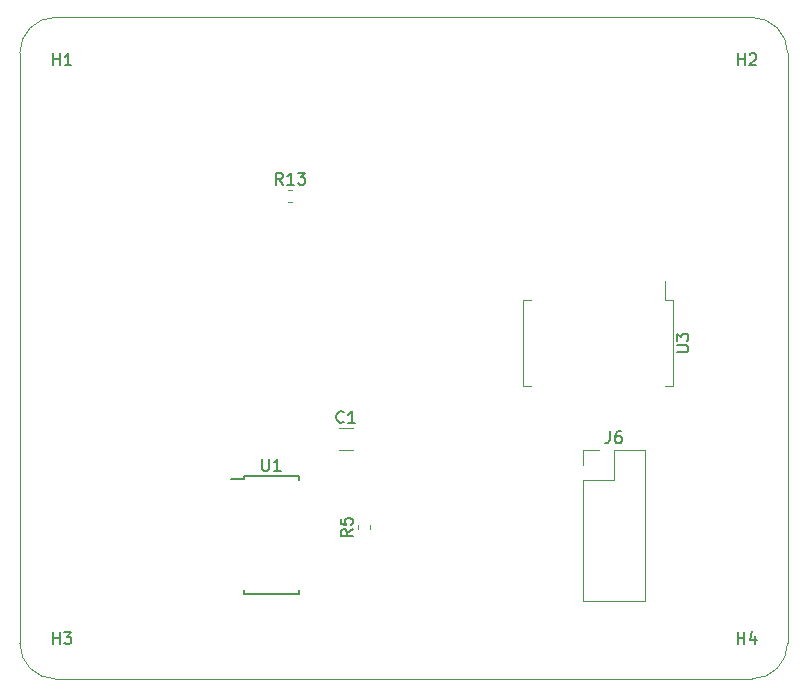
<source format=gbr>
G04 #@! TF.GenerationSoftware,KiCad,Pcbnew,(5.0.1)-3*
G04 #@! TF.CreationDate,2018-11-17T22:48:42-05:00*
G04 #@! TF.ProjectId,reef-piHat,726565662D70694861742E6B69636164,rev?*
G04 #@! TF.SameCoordinates,Original*
G04 #@! TF.FileFunction,Legend,Top*
G04 #@! TF.FilePolarity,Positive*
%FSLAX46Y46*%
G04 Gerber Fmt 4.6, Leading zero omitted, Abs format (unit mm)*
G04 Created by KiCad (PCBNEW (5.0.1)-3) date 11/17/2018 10:48:42 PM*
%MOMM*%
%LPD*%
G01*
G04 APERTURE LIST*
%ADD10C,0.100000*%
%ADD11C,0.120000*%
%ADD12C,0.150000*%
G04 APERTURE END LIST*
D10*
X78546356Y-63817611D02*
X78546356Y-113817611D01*
X78546356Y-63817611D02*
G75*
G02X81546356Y-60817611I3000000J0D01*
G01*
X140546356Y-60817611D02*
X81546356Y-60817611D01*
X140546356Y-60817611D02*
G75*
G02X143546356Y-63817611I0J-3000000D01*
G01*
X143546356Y-113817611D02*
X143546356Y-63817611D01*
X81546356Y-116817611D02*
G75*
G02X78546356Y-113817611I0J3000000D01*
G01*
X81546356Y-116817611D02*
X140546356Y-116817611D01*
X143546351Y-113822847D02*
G75*
G02X140546356Y-116817611I-2999995J5236D01*
G01*
D11*
G04 #@! TO.C,R5*
X107186000Y-104170267D02*
X107186000Y-103827733D01*
X108206000Y-104170267D02*
X108206000Y-103827733D01*
G04 #@! TO.C,R13*
X101287733Y-76456000D02*
X101630267Y-76456000D01*
X101287733Y-75436000D02*
X101630267Y-75436000D01*
D12*
G04 #@! TO.C,U1*
X97497000Y-99673000D02*
X97497000Y-99898000D01*
X102147000Y-99673000D02*
X102147000Y-99998000D01*
X102147000Y-109623000D02*
X102147000Y-109298000D01*
X97497000Y-109623000D02*
X97497000Y-109298000D01*
X97497000Y-99673000D02*
X102147000Y-99673000D01*
X97497000Y-109623000D02*
X102147000Y-109623000D01*
X97497000Y-99898000D02*
X96422000Y-99898000D01*
D11*
G04 #@! TO.C,U3*
X133148000Y-83167000D02*
X133148000Y-84782000D01*
X133148000Y-84782000D02*
X133868000Y-84782000D01*
X133868000Y-84782000D02*
X133868000Y-92002000D01*
X133868000Y-92002000D02*
X133148000Y-92002000D01*
X121868000Y-84782000D02*
X121148000Y-84782000D01*
X121148000Y-84782000D02*
X121148000Y-92002000D01*
X121148000Y-92002000D02*
X121868000Y-92002000D01*
G04 #@! TO.C,C1*
X105533436Y-95610000D02*
X106737564Y-95610000D01*
X105533436Y-97430000D02*
X106737564Y-97430000D01*
G04 #@! TO.C,J6*
X126241500Y-110232500D02*
X131441500Y-110232500D01*
X126241500Y-100012500D02*
X126241500Y-110232500D01*
X131441500Y-97412500D02*
X131441500Y-110232500D01*
X126241500Y-100012500D02*
X128841500Y-100012500D01*
X128841500Y-100012500D02*
X128841500Y-97412500D01*
X128841500Y-97412500D02*
X131441500Y-97412500D01*
X126241500Y-98742500D02*
X126241500Y-97412500D01*
X126241500Y-97412500D02*
X127571500Y-97412500D01*
G04 #@! TD*
G04 #@! TO.C,H1*
D12*
X81338095Y-64852380D02*
X81338095Y-63852380D01*
X81338095Y-64328571D02*
X81909523Y-64328571D01*
X81909523Y-64852380D02*
X81909523Y-63852380D01*
X82909523Y-64852380D02*
X82338095Y-64852380D01*
X82623809Y-64852380D02*
X82623809Y-63852380D01*
X82528571Y-63995238D01*
X82433333Y-64090476D01*
X82338095Y-64138095D01*
G04 #@! TO.C,H2*
X139338095Y-64872380D02*
X139338095Y-63872380D01*
X139338095Y-64348571D02*
X139909523Y-64348571D01*
X139909523Y-64872380D02*
X139909523Y-63872380D01*
X140338095Y-63967619D02*
X140385714Y-63920000D01*
X140480952Y-63872380D01*
X140719047Y-63872380D01*
X140814285Y-63920000D01*
X140861904Y-63967619D01*
X140909523Y-64062857D01*
X140909523Y-64158095D01*
X140861904Y-64300952D01*
X140290476Y-64872380D01*
X140909523Y-64872380D01*
G04 #@! TO.C,H3*
X81338095Y-113862380D02*
X81338095Y-112862380D01*
X81338095Y-113338571D02*
X81909523Y-113338571D01*
X81909523Y-113862380D02*
X81909523Y-112862380D01*
X82290476Y-112862380D02*
X82909523Y-112862380D01*
X82576190Y-113243333D01*
X82719047Y-113243333D01*
X82814285Y-113290952D01*
X82861904Y-113338571D01*
X82909523Y-113433809D01*
X82909523Y-113671904D01*
X82861904Y-113767142D01*
X82814285Y-113814761D01*
X82719047Y-113862380D01*
X82433333Y-113862380D01*
X82338095Y-113814761D01*
X82290476Y-113767142D01*
G04 #@! TO.C,H4*
X139328095Y-113852380D02*
X139328095Y-112852380D01*
X139328095Y-113328571D02*
X139899523Y-113328571D01*
X139899523Y-113852380D02*
X139899523Y-112852380D01*
X140804285Y-113185714D02*
X140804285Y-113852380D01*
X140566190Y-112804761D02*
X140328095Y-113519047D01*
X140947142Y-113519047D01*
G04 #@! TO.C,R5*
X106718380Y-104165666D02*
X106242190Y-104499000D01*
X106718380Y-104737095D02*
X105718380Y-104737095D01*
X105718380Y-104356142D01*
X105766000Y-104260904D01*
X105813619Y-104213285D01*
X105908857Y-104165666D01*
X106051714Y-104165666D01*
X106146952Y-104213285D01*
X106194571Y-104260904D01*
X106242190Y-104356142D01*
X106242190Y-104737095D01*
X105718380Y-103260904D02*
X105718380Y-103737095D01*
X106194571Y-103784714D01*
X106146952Y-103737095D01*
X106099333Y-103641857D01*
X106099333Y-103403761D01*
X106146952Y-103308523D01*
X106194571Y-103260904D01*
X106289809Y-103213285D01*
X106527904Y-103213285D01*
X106623142Y-103260904D01*
X106670761Y-103308523D01*
X106718380Y-103403761D01*
X106718380Y-103641857D01*
X106670761Y-103737095D01*
X106623142Y-103784714D01*
G04 #@! TO.C,R13*
X100816142Y-74968380D02*
X100482809Y-74492190D01*
X100244714Y-74968380D02*
X100244714Y-73968380D01*
X100625666Y-73968380D01*
X100720904Y-74016000D01*
X100768523Y-74063619D01*
X100816142Y-74158857D01*
X100816142Y-74301714D01*
X100768523Y-74396952D01*
X100720904Y-74444571D01*
X100625666Y-74492190D01*
X100244714Y-74492190D01*
X101768523Y-74968380D02*
X101197095Y-74968380D01*
X101482809Y-74968380D02*
X101482809Y-73968380D01*
X101387571Y-74111238D01*
X101292333Y-74206476D01*
X101197095Y-74254095D01*
X102101857Y-73968380D02*
X102720904Y-73968380D01*
X102387571Y-74349333D01*
X102530428Y-74349333D01*
X102625666Y-74396952D01*
X102673285Y-74444571D01*
X102720904Y-74539809D01*
X102720904Y-74777904D01*
X102673285Y-74873142D01*
X102625666Y-74920761D01*
X102530428Y-74968380D01*
X102244714Y-74968380D01*
X102149476Y-74920761D01*
X102101857Y-74873142D01*
G04 #@! TO.C,U1*
X99060095Y-98200380D02*
X99060095Y-99009904D01*
X99107714Y-99105142D01*
X99155333Y-99152761D01*
X99250571Y-99200380D01*
X99441047Y-99200380D01*
X99536285Y-99152761D01*
X99583904Y-99105142D01*
X99631523Y-99009904D01*
X99631523Y-98200380D01*
X100631523Y-99200380D02*
X100060095Y-99200380D01*
X100345809Y-99200380D02*
X100345809Y-98200380D01*
X100250571Y-98343238D01*
X100155333Y-98438476D01*
X100060095Y-98486095D01*
G04 #@! TO.C,U3*
X134160380Y-89153904D02*
X134969904Y-89153904D01*
X135065142Y-89106285D01*
X135112761Y-89058666D01*
X135160380Y-88963428D01*
X135160380Y-88772952D01*
X135112761Y-88677714D01*
X135065142Y-88630095D01*
X134969904Y-88582476D01*
X134160380Y-88582476D01*
X134160380Y-88201523D02*
X134160380Y-87582476D01*
X134541333Y-87915809D01*
X134541333Y-87772952D01*
X134588952Y-87677714D01*
X134636571Y-87630095D01*
X134731809Y-87582476D01*
X134969904Y-87582476D01*
X135065142Y-87630095D01*
X135112761Y-87677714D01*
X135160380Y-87772952D01*
X135160380Y-88058666D01*
X135112761Y-88153904D01*
X135065142Y-88201523D01*
G04 #@! TO.C,C1*
X105968833Y-95057142D02*
X105921214Y-95104761D01*
X105778357Y-95152380D01*
X105683119Y-95152380D01*
X105540261Y-95104761D01*
X105445023Y-95009523D01*
X105397404Y-94914285D01*
X105349785Y-94723809D01*
X105349785Y-94580952D01*
X105397404Y-94390476D01*
X105445023Y-94295238D01*
X105540261Y-94200000D01*
X105683119Y-94152380D01*
X105778357Y-94152380D01*
X105921214Y-94200000D01*
X105968833Y-94247619D01*
X106921214Y-95152380D02*
X106349785Y-95152380D01*
X106635500Y-95152380D02*
X106635500Y-94152380D01*
X106540261Y-94295238D01*
X106445023Y-94390476D01*
X106349785Y-94438095D01*
G04 #@! TO.C,J6*
X128508166Y-95864880D02*
X128508166Y-96579166D01*
X128460547Y-96722023D01*
X128365309Y-96817261D01*
X128222452Y-96864880D01*
X128127214Y-96864880D01*
X129412928Y-95864880D02*
X129222452Y-95864880D01*
X129127214Y-95912500D01*
X129079595Y-95960119D01*
X128984357Y-96102976D01*
X128936738Y-96293452D01*
X128936738Y-96674404D01*
X128984357Y-96769642D01*
X129031976Y-96817261D01*
X129127214Y-96864880D01*
X129317690Y-96864880D01*
X129412928Y-96817261D01*
X129460547Y-96769642D01*
X129508166Y-96674404D01*
X129508166Y-96436309D01*
X129460547Y-96341071D01*
X129412928Y-96293452D01*
X129317690Y-96245833D01*
X129127214Y-96245833D01*
X129031976Y-96293452D01*
X128984357Y-96341071D01*
X128936738Y-96436309D01*
G04 #@! TD*
M02*

</source>
